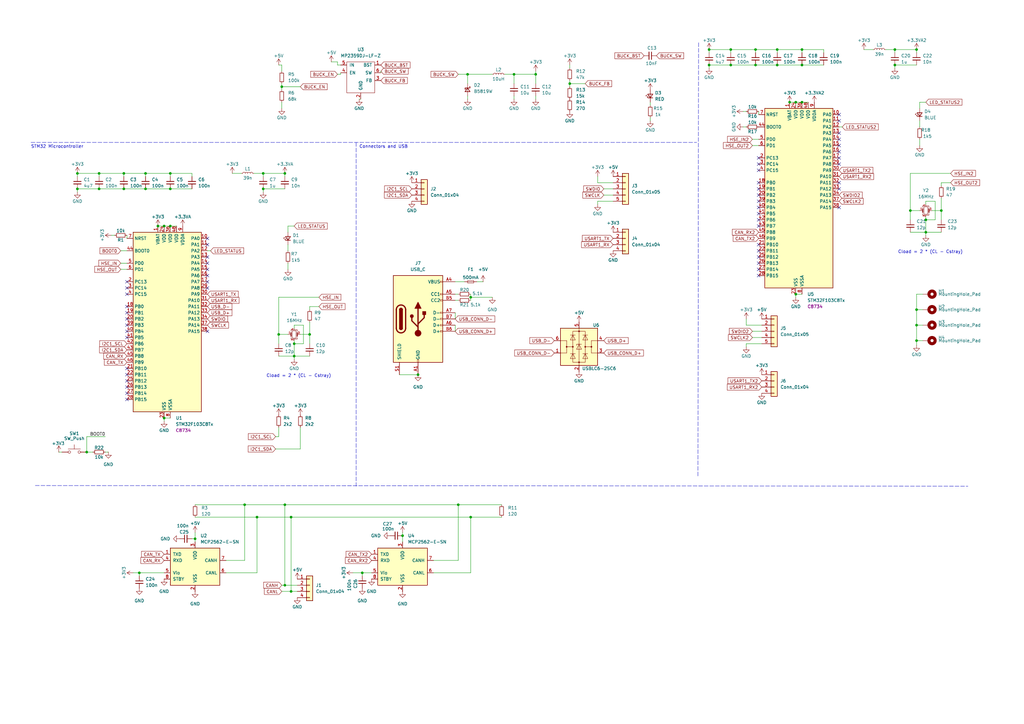
<source format=kicad_sch>
(kicad_sch (version 20231120) (generator "eeschema") (generator_version "8.0")
  (paper "A3")
  (junction (at 290.83 26.67))
  (junction (at 50.8 71.12))
  (junction (at 67.31 171.45))
  (junction (at 105.41 212.09))
  (junction (at 35.56 185.42))
  (junction (at 367.03 20.32))
  (junction (at 100.33 207.01))
  (junction (at 193.04 121.92))
  (junction (at 233.68 34.29))
  (junction (at 171.45 153.67))
  (junction (at 69.85 77.47))
  (junction (at 40.64 77.47))
  (junction (at 148.59 234.95))
  (junction (at 191.77 30.48))
  (junction (at 40.64 71.12))
  (junction (at 373.38 86.36))
  (junction (at 165.1 219.71))
  (junction (at 119.38 212.09))
  (junction (at 59.69 71.12))
  (junction (at 299.72 20.32))
  (junction (at 290.83 20.32))
  (junction (at 210.82 30.48))
  (junction (at 115.57 35.56))
  (junction (at 31.75 71.12))
  (junction (at 193.04 212.09))
  (junction (at 328.93 41.91))
  (junction (at 326.39 41.91))
  (junction (at 328.93 26.67))
  (junction (at 328.93 20.32))
  (junction (at 120.65 140.97))
  (junction (at 57.15 234.95))
  (junction (at 375.92 139.7))
  (junction (at 116.84 240.03))
  (junction (at 120.65 146.05))
  (junction (at 309.88 20.32))
  (junction (at 187.96 207.01))
  (junction (at 127 137.16))
  (junction (at 219.71 30.48))
  (junction (at 80.01 220.98))
  (junction (at 375.92 127))
  (junction (at 64.77 92.71))
  (junction (at 59.69 77.47))
  (junction (at 326.39 120.65))
  (junction (at 116.84 71.12))
  (junction (at 386.08 86.36))
  (junction (at 367.03 26.67))
  (junction (at 375.92 20.32))
  (junction (at 119.38 242.57))
  (junction (at 31.75 77.47))
  (junction (at 107.95 71.12))
  (junction (at 299.72 26.67))
  (junction (at 318.77 20.32))
  (junction (at 379.73 90.17))
  (junction (at 50.8 77.47))
  (junction (at 323.85 41.91))
  (junction (at 67.31 92.71))
  (junction (at 375.92 133.35))
  (junction (at 318.77 26.67))
  (junction (at 69.85 71.12))
  (junction (at 69.85 92.71))
  (junction (at 114.3 137.16))
  (junction (at 309.88 26.67))
  (junction (at 379.73 95.25))
  (junction (at 107.95 77.47))
  (junction (at 116.84 207.01))
  (no_connect (at 344.17 77.47))
  (no_connect (at 85.09 118.11))
  (no_connect (at 85.09 100.33))
  (no_connect (at 52.07 158.75))
  (no_connect (at 344.17 64.77))
  (no_connect (at 311.15 64.77))
  (no_connect (at 311.15 69.85))
  (no_connect (at 52.07 156.21))
  (no_connect (at 311.15 80.01))
  (no_connect (at 311.15 100.33))
  (no_connect (at 344.17 59.69))
  (no_connect (at 344.17 85.09))
  (no_connect (at 52.07 163.83))
  (no_connect (at 85.09 105.41))
  (no_connect (at 311.15 85.09))
  (no_connect (at 311.15 90.17))
  (no_connect (at 52.07 125.73))
  (no_connect (at 344.17 62.23))
  (no_connect (at 85.09 97.79))
  (no_connect (at 52.07 128.27))
  (no_connect (at 52.07 130.81))
  (no_connect (at 344.17 57.15))
  (no_connect (at 52.07 138.43))
  (no_connect (at 52.07 151.13))
  (no_connect (at 344.17 54.61))
  (no_connect (at 311.15 82.55))
  (no_connect (at 311.15 77.47))
  (no_connect (at 311.15 67.31))
  (no_connect (at 311.15 113.03))
  (no_connect (at 311.15 102.87))
  (no_connect (at 311.15 107.95))
  (no_connect (at 311.15 105.41))
  (no_connect (at 344.17 49.53))
  (no_connect (at 85.09 110.49))
  (no_connect (at 344.17 74.93))
  (no_connect (at 344.17 67.31))
  (no_connect (at 52.07 133.35))
  (no_connect (at 52.07 135.89))
  (no_connect (at 344.17 46.99))
  (no_connect (at 52.07 161.29))
  (no_connect (at 52.07 153.67))
  (no_connect (at 52.07 118.11))
  (no_connect (at 52.07 120.65))
  (no_connect (at 85.09 113.03))
  (no_connect (at 311.15 110.49))
  (no_connect (at 85.09 135.89))
  (no_connect (at 311.15 87.63))
  (no_connect (at 85.09 107.95))
  (no_connect (at 311.15 92.71))
  (no_connect (at 311.15 74.93))
  (no_connect (at 52.07 115.57))
  (no_connect (at 85.09 115.57))
  (wire (pts (xy 354.33 20.32) (xy 358.14 20.32)))
  (wire (pts (xy 31.75 71.12) (xy 31.75 72.39)))
  (wire (pts (xy 379.73 90.17) (xy 379.73 95.25)))
  (wire (pts (xy 304.8 45.72) (xy 306.07 45.72)))
  (wire (pts (xy 247.65 80.01) (xy 251.46 80.01)))
  (wire (pts (xy 379.73 41.91) (xy 377.19 41.91)))
  (wire (pts (xy 233.68 34.29) (xy 233.68 35.56)))
  (wire (pts (xy 107.95 71.12) (xy 104.14 71.12)))
  (wire (pts (xy 186.69 120.65) (xy 187.96 120.65)))
  (wire (pts (xy 50.8 77.47) (xy 59.69 77.47)))
  (wire (pts (xy 138.43 26.67) (xy 139.7 26.67)))
  (wire (pts (xy 389.89 74.93) (xy 386.08 74.93)))
  (wire (pts (xy 299.72 21.59) (xy 299.72 20.32)))
  (wire (pts (xy 308.61 57.15) (xy 311.15 57.15)))
  (wire (pts (xy 165.1 219.71) (xy 165.1 222.25)))
  (wire (pts (xy 290.83 26.67) (xy 299.72 26.67)))
  (wire (pts (xy 147.955 40.64) (xy 147.32 40.64)))
  (wire (pts (xy 130.81 125.73) (xy 127 125.73)))
  (wire (pts (xy 375.92 141.605) (xy 375.92 139.7)))
  (wire (pts (xy 373.38 90.17) (xy 373.38 86.36)))
  (wire (pts (xy 386.08 81.28) (xy 386.08 86.36)))
  (wire (pts (xy 120.65 139.7) (xy 120.65 140.97)))
  (wire (pts (xy 116.84 72.39) (xy 116.84 71.12)))
  (wire (pts (xy 233.68 34.29) (xy 233.68 33.02)))
  (wire (pts (xy 120.65 146.05) (xy 127 146.05)))
  (wire (pts (xy 67.31 171.45) (xy 69.85 171.45)))
  (wire (pts (xy 52.07 96.52) (xy 52.07 97.79)))
  (wire (pts (xy 163.83 153.67) (xy 171.45 153.67)))
  (wire (pts (xy 328.93 26.67) (xy 337.82 26.67)))
  (wire (pts (xy 379.73 83.82) (xy 379.73 82.55)))
  (wire (pts (xy 383.54 82.55) (xy 383.54 90.17)))
  (wire (pts (xy 373.38 86.36) (xy 377.19 86.36)))
  (wire (pts (xy 375.92 139.7) (xy 375.92 133.35)))
  (wire (pts (xy 57.15 234.95) (xy 67.31 234.95)))
  (wire (pts (xy 49.53 107.95) (xy 52.07 107.95)))
  (wire (pts (xy 177.8 234.95) (xy 193.04 234.95)))
  (wire (pts (xy 105.41 212.09) (xy 105.41 234.95)))
  (wire (pts (xy 69.85 77.47) (xy 78.74 77.47)))
  (wire (pts (xy 311.15 45.72) (xy 311.15 46.99)))
  (wire (pts (xy 309.88 26.67) (xy 318.77 26.67)))
  (wire (pts (xy 379.73 88.9) (xy 379.73 90.17)))
  (wire (pts (xy 290.83 20.32) (xy 290.83 21.59)))
  (wire (pts (xy 367.03 26.67) (xy 375.92 26.67)))
  (wire (pts (xy 308.61 138.43) (xy 312.42 138.43)))
  (wire (pts (xy 49.53 110.49) (xy 52.07 110.49)))
  (wire (pts (xy 67.31 92.71) (xy 69.85 92.71)))
  (polyline (pts (xy 286.512 17.526) (xy 286.258 195.326)) (stroke (width 0) (type dash)))
  (wire (pts (xy 186.69 133.35) (xy 186.69 135.89)))
  (wire (pts (xy 116.84 71.12) (xy 107.95 71.12)))
  (wire (pts (xy 40.64 72.39) (xy 40.64 71.12)))
  (wire (pts (xy 116.84 207.01) (xy 187.96 207.01)))
  (wire (pts (xy 309.88 21.59) (xy 309.88 20.32)))
  (wire (pts (xy 135.89 25.4) (xy 138.43 25.4)))
  (wire (pts (xy 318.77 26.67) (xy 328.93 26.67)))
  (wire (pts (xy 119.38 242.57) (xy 121.92 242.57)))
  (wire (pts (xy 35.56 179.07) (xy 35.56 185.42)))
  (polyline (pts (xy 12.7 58.42) (xy 285.75 58.42)) (stroke (width 0) (type dash)))
  (wire (pts (xy 193.04 120.65) (xy 193.04 121.92)))
  (wire (pts (xy 69.85 92.71) (xy 72.39 92.71)))
  (wire (pts (xy 299.72 20.32) (xy 309.88 20.32)))
  (wire (pts (xy 120.65 140.97) (xy 120.65 146.05)))
  (wire (pts (xy 57.15 236.22) (xy 57.15 234.95)))
  (wire (pts (xy 45.72 96.52) (xy 46.99 96.52)))
  (wire (pts (xy 115.57 35.56) (xy 115.57 34.29)))
  (wire (pts (xy 43.18 185.42) (xy 44.45 185.42)))
  (wire (pts (xy 40.64 71.12) (xy 50.8 71.12)))
  (wire (pts (xy 219.71 29.21) (xy 219.71 30.48)))
  (wire (pts (xy 80.01 207.01) (xy 100.33 207.01)))
  (wire (pts (xy 139.7 30.48) (xy 139.7 29.845)))
  (wire (pts (xy 245.11 82.55) (xy 245.11 83.82)))
  (wire (pts (xy 247.65 77.47) (xy 251.46 77.47)))
  (wire (pts (xy 290.83 27.94) (xy 290.83 26.67)))
  (wire (pts (xy 59.69 71.12) (xy 69.85 71.12)))
  (wire (pts (xy 92.71 229.87) (xy 100.33 229.87)))
  (wire (pts (xy 375.92 133.35) (xy 375.92 127)))
  (wire (pts (xy 383.54 90.17) (xy 379.73 90.17)))
  (wire (pts (xy 177.8 229.87) (xy 187.96 229.87)))
  (wire (pts (xy 186.69 123.19) (xy 187.96 123.19)))
  (wire (pts (xy 120.65 147.32) (xy 120.65 146.05)))
  (wire (pts (xy 114.3 140.97) (xy 114.3 137.16)))
  (wire (pts (xy 120.65 134.62) (xy 120.65 133.35)))
  (wire (pts (xy 95.25 71.12) (xy 99.06 71.12)))
  (wire (pts (xy 119.38 212.09) (xy 193.04 212.09)))
  (wire (pts (xy 67.31 172.72) (xy 67.31 171.45)))
  (wire (pts (xy 326.39 120.65) (xy 328.93 120.65)))
  (wire (pts (xy 290.83 20.32) (xy 299.72 20.32)))
  (wire (pts (xy 195.58 115.57) (xy 198.12 115.57)))
  (wire (pts (xy 375.92 120.65) (xy 378.46 120.65)))
  (wire (pts (xy 378.46 133.35) (xy 375.92 133.35)))
  (wire (pts (xy 193.04 121.92) (xy 201.93 121.92)))
  (wire (pts (xy 386.08 74.93) (xy 386.08 76.2)))
  (wire (pts (xy 187.96 207.01) (xy 205.74 207.01)))
  (wire (pts (xy 191.77 30.48) (xy 187.96 30.48)))
  (wire (pts (xy 191.77 40.64) (xy 191.77 39.37)))
  (wire (pts (xy 115.57 36.83) (xy 115.57 35.56)))
  (wire (pts (xy 118.11 92.71) (xy 118.11 95.25)))
  (wire (pts (xy 378.46 127) (xy 375.92 127)))
  (wire (pts (xy 187.96 229.87) (xy 187.96 207.01)))
  (polyline (pts (xy 14.478 199.136) (xy 397.002 199.39)) (stroke (width 0) (type dash)))
  (wire (pts (xy 50.8 72.39) (xy 50.8 71.12)))
  (wire (pts (xy 210.82 30.48) (xy 207.01 30.48)))
  (wire (pts (xy 328.93 41.91) (xy 331.47 41.91)))
  (wire (pts (xy 31.75 78.74) (xy 31.75 77.47)))
  (wire (pts (xy 373.38 71.12) (xy 373.38 86.36)))
  (wire (pts (xy 193.04 212.09) (xy 205.74 212.09)))
  (wire (pts (xy 115.57 240.03) (xy 116.84 240.03)))
  (wire (pts (xy 114.3 137.16) (xy 118.11 137.16)))
  (wire (pts (xy 379.73 96.52) (xy 379.73 95.25)))
  (wire (pts (xy 116.84 240.03) (xy 121.92 240.03)))
  (wire (pts (xy 64.77 92.71) (xy 67.31 92.71)))
  (wire (pts (xy 100.33 207.01) (xy 116.84 207.01)))
  (wire (pts (xy 219.71 40.64) (xy 219.71 39.37)))
  (wire (pts (xy 373.38 71.12) (xy 389.89 71.12)))
  (wire (pts (xy 80.01 212.09) (xy 105.41 212.09)))
  (wire (pts (xy 100.33 229.87) (xy 100.33 207.01)))
  (wire (pts (xy 193.04 234.95) (xy 193.04 212.09)))
  (wire (pts (xy 299.72 26.67) (xy 309.88 26.67)))
  (wire (pts (xy 49.53 102.87) (xy 52.07 102.87)))
  (wire (pts (xy 119.38 212.09) (xy 119.38 242.57)))
  (wire (pts (xy 115.57 44.45) (xy 115.57 41.91)))
  (wire (pts (xy 118.11 102.87) (xy 118.11 100.33)))
  (wire (pts (xy 367.03 21.59) (xy 367.03 20.32)))
  (wire (pts (xy 50.8 71.12) (xy 59.69 71.12)))
  (wire (pts (xy 379.73 95.25) (xy 373.38 95.25)))
  (wire (pts (xy 306.07 133.35) (xy 312.42 133.35)))
  (wire (pts (xy 114.3 121.92) (xy 130.81 121.92)))
  (wire (pts (xy 123.19 184.15) (xy 123.19 175.26)))
  (wire (pts (xy 31.75 71.12) (xy 40.64 71.12)))
  (wire (pts (xy 138.43 25.4) (xy 138.43 26.67)))
  (wire (pts (xy 345.44 52.07) (xy 344.17 52.07)))
  (wire (pts (xy 379.73 95.25) (xy 386.08 95.25)))
  (wire (pts (xy 114.3 121.92) (xy 114.3 137.16)))
  (wire (pts (xy 148.59 236.22) (xy 148.59 234.95)))
  (wire (pts (xy 80.01 220.98) (xy 80.01 222.25)))
  (wire (pts (xy 318.77 20.32) (xy 328.93 20.32)))
  (wire (pts (xy 107.95 72.39) (xy 107.95 71.12)))
  (wire (pts (xy 78.74 220.98) (xy 80.01 220.98)))
  (wire (pts (xy 138.43 30.48) (xy 139.7 30.48)))
  (wire (pts (xy 165.1 218.44) (xy 165.1 219.71)))
  (wire (pts (xy 323.85 41.91) (xy 326.39 41.91)))
  (wire (pts (xy 123.19 35.56) (xy 115.57 35.56)))
  (wire (pts (xy 193.04 121.92) (xy 193.04 123.19)))
  (wire (pts (xy 113.03 179.07) (xy 114.3 179.07)))
  (wire (pts (xy 308.61 135.89) (xy 312.42 135.89)))
  (wire (pts (xy 107.95 78.74) (xy 107.95 77.47)))
  (wire (pts (xy 306.07 140.97) (xy 312.42 140.97)))
  (wire (pts (xy 120.65 133.35) (xy 124.46 133.35)))
  (wire (pts (xy 382.27 86.36) (xy 386.08 86.36)))
  (wire (pts (xy 69.85 71.12) (xy 78.74 71.12)))
  (wire (pts (xy 80.01 218.44) (xy 80.01 220.98)))
  (wire (pts (xy 375.92 127) (xy 375.92 120.65)))
  (wire (pts (xy 186.69 115.57) (xy 190.5 115.57)))
  (wire (pts (xy 54.61 234.95) (xy 57.15 234.95)))
  (wire (pts (xy 309.88 20.32) (xy 318.77 20.32)))
  (wire (pts (xy 377.19 59.69) (xy 377.19 57.15)))
  (wire (pts (xy 114.3 26.67) (xy 115.57 26.67)))
  (wire (pts (xy 219.71 30.48) (xy 210.82 30.48)))
  (wire (pts (xy 201.93 30.48) (xy 191.77 30.48)))
  (wire (pts (xy 191.77 34.29) (xy 191.77 30.48)))
  (wire (pts (xy 306.07 140.97) (xy 306.07 142.24)))
  (wire (pts (xy 219.71 34.29) (xy 219.71 30.48)))
  (wire (pts (xy 328.93 21.59) (xy 328.93 20.32)))
  (wire (pts (xy 210.82 40.64) (xy 210.82 39.37)))
  (wire (pts (xy 113.03 184.15) (xy 123.19 184.15)))
  (wire (pts (xy 233.68 27.94) (xy 233.68 26.67)))
  (wire (pts (xy 326.39 41.91) (xy 328.93 41.91)))
  (wire (pts (xy 123.19 137.16) (xy 127 137.16)))
  (wire (pts (xy 318.77 21.59) (xy 318.77 20.32)))
  (wire (pts (xy 266.7 49.53) (xy 266.7 48.26)))
  (wire (pts (xy 266.7 43.18) (xy 266.7 41.91)))
  (wire (pts (xy 377.19 41.91) (xy 377.19 44.45)))
  (wire (pts (xy 186.69 128.27) (xy 186.69 130.81)))
  (wire (pts (xy 156.21 29.845) (xy 156.21 29.21)))
  (wire (pts (xy 107.95 77.47) (xy 116.84 77.47)))
  (wire (pts (xy 127 125.73) (xy 127 127)))
  (wire (pts (xy 115.57 242.57) (xy 119.38 242.57)))
  (wire (pts (xy 127 140.97) (xy 127 137.16)))
  (wire (pts (xy 86.36 102.87) (xy 85.09 102.87)))
  (wire (pts (xy 245.11 72.39) (xy 245.11 74.93)))
  (wire (pts (xy 148.59 234.95) (xy 152.4 234.95)))
  (wire (pts (xy 245.11 74.93) (xy 251.46 74.93)))
  (wire (pts (xy 144.78 234.95) (xy 148.59 234.95)))
  (wire (pts (xy 118.11 110.49) (xy 118.11 107.95)))
  (wire (pts (xy 24.13 185.42) (xy 25.4 185.42)))
  (wire (pts (xy 78.74 71.12) (xy 78.74 72.39)))
  (wire (pts (xy 31.75 77.47) (xy 40.64 77.47)))
  (wire (pts (xy 378.46 139.7) (xy 375.92 139.7)))
  (wire (pts (xy 69.85 72.39) (xy 69.85 71.12)))
  (wire (pts (xy 43.18 179.07) (xy 35.56 179.07)))
  (wire (pts (xy 306.07 52.07) (xy 304.8 52.07)))
  (wire (pts (xy 240.03 34.29) (xy 233.68 34.29)))
  (wire (pts (xy 210.82 34.29) (xy 210.82 30.48)))
  (wire (pts (xy 379.73 82.55) (xy 383.54 82.55)))
  (wire (pts (xy 326.39 121.92) (xy 326.39 120.65)))
  (wire (pts (xy 367.03 20.32) (xy 363.22 20.32)))
  (wire (pts (xy 306.07 130.81) (xy 306.07 133.35)))
  (wire (pts (xy 386.08 90.17) (xy 386.08 86.36)))
  (wire (pts (xy 375.92 21.59) (xy 375.92 20.32)))
  (wire (pts (xy 105.41 212.09) (xy 119.38 212.09)))
  (wire (pts (xy 59.69 72.39) (xy 59.69 71.12)))
  (wire (pts (xy 308.61 59.69) (xy 311.15 59.69)))
  (wire (pts (xy 59.69 77.47) (xy 69.85 77.47)))
  (polyline (pts (xy 146.05 58.42) (xy 146.05 199.39)) (stroke (width 0) (type dash)))
  (wire (pts (xy 367.03 27.94) (xy 367.03 26.67)))
  (wire (pts (xy 127 132.08) (xy 127 137.16)))
  (wire (pts (xy 114.3 179.07) (xy 114.3 175.26)))
  (wire (pts (xy 35.56 185.42) (xy 38.1 185.42)))
  (wire (pts (xy 40.64 77.47) (xy 50.8 77.47)))
  (wire (pts (xy 120.65 92.71) (xy 118.11 92.71)))
  (wire (pts (xy 120.65 146.05) (xy 114.3 146.05)))
  (wire (pts (xy 375.92 20.32) (xy 367.03 20.32)))
  (wire (pts (xy 92.71 234.95) (xy 105.41 234.95)))
  (wire (pts (xy 116.84 207.01) (xy 116.84 240.03)))
  (wire (pts (xy 337.82 20.32) (xy 337.82 21.59)))
  (wire (pts (xy 377.19 52.07) (xy 377.19 49.53)))
  (wire (pts (xy 328.93 20.32) (xy 337.82 20.32)))
  (wire (pts (xy 115.57 26.67) (xy 115.57 29.21)))
  (wire (pts (xy 124.46 133.35) (xy 124.46 140.97)))
  (wire (pts (xy 124.46 140.97) (xy 120.65 140.97)))
  (wire (pts (xy 245.11 82.55) (xy 251.46 82.55)))
  (text "Cload = 2 * (CL - Cstray)" (at 368.3 104.14 0) (effects (font (size 1.27 1.27)) (justify left bottom)))
  (text "STM32 Microcontroller" (at 12.7 60.96 0) (effects (font (size 1.27 1.27)) (justify left bottom)))
  (text "Connectors and USB" (at 147.32 60.96 0) (effects (font (size 1.27 1.27)) (justify left bottom)))
  (text "Cload = 2 * (CL - Cstray)" (at 109.22 154.94 0) (effects (font (size 1.27 1.27)) (justify left bottom)))
  (label "BOOT0" (at 43.18 179.07 180))
  (global_label "HSE_OUT" (shape input) (at 130.81 125.73 0) (property "Intersheetrefs" "${INTERSHEET_REFS}" (effects (hide yes))))
  (global_label "SWCLK2" (shape input) (at 308.61 138.43 180) (property "Intersheetrefs" "${INTERSHEET_REFS}" (effects (hide yes))))
  (global_label "USART1_TX" (shape input) (at 85.09 120.65 0) (property "Intersheetrefs" "${INTERSHEET_REFS}" (effects (hide yes))))
  (global_label "SWDIO2" (shape input) (at 308.61 135.89 180) (property "Intersheetrefs" "${INTERSHEET_REFS}" (effects (hide yes))))
  (global_label "USART1_TX2" (shape input) (at 312.42 156.21 180) (property "Intersheetrefs" "${INTERSHEET_REFS}" (effects (hide yes))))
  (global_label "LED_STATUS" (shape input) (at 120.65 92.71 0) (property "Intersheetrefs" "${INTERSHEET_REFS}" (effects (hide yes))))
  (global_label "CAN_TX" (shape input) (at 52.07 148.59 180) (property "Intersheetrefs" "${INTERSHEET_REFS}" (effects (hide yes))))
  (global_label "USB_D+" (shape input) (at 247.65 139.7 0) (property "Intersheetrefs" "${INTERSHEET_REFS}" (effects (hide yes))))
  (global_label "HSE_OUT2" (shape input) (at 308.61 59.69 180) (property "Intersheetrefs" "${INTERSHEET_REFS}" (effects (hide yes))))
  (global_label "I2C1_SDA" (shape input) (at 113.03 184.15 180) (property "Intersheetrefs" "${INTERSHEET_REFS}" (effects (hide yes))))
  (global_label "USART1_RX" (shape input) (at 251.46 100.33 180) (property "Intersheetrefs" "${INTERSHEET_REFS}" (effects (hide yes))))
  (global_label "BOOT0" (shape input) (at 49.53 102.87 180) (property "Intersheetrefs" "${INTERSHEET_REFS}" (effects (hide yes))))
  (global_label "I2C1_SCL" (shape input) (at 52.07 140.97 180) (property "Intersheetrefs" "${INTERSHEET_REFS}" (effects (hide yes))))
  (global_label "HSE_OUT" (shape input) (at 49.53 110.49 180) (property "Intersheetrefs" "${INTERSHEET_REFS}" (effects (hide yes))))
  (global_label "CAN_RX2" (shape input) (at 152.4 229.87 180) (property "Intersheetrefs" "${INTERSHEET_REFS}" (effects (hide yes))))
  (global_label "BUCK_BST" (shape input) (at 156.21 26.67 0) (property "Intersheetrefs" "${INTERSHEET_REFS}" (effects (hide yes))))
  (global_label "HSE_IN2" (shape input) (at 389.89 71.12 0) (property "Intersheetrefs" "${INTERSHEET_REFS}" (effects (hide yes))))
  (global_label "LED_STATUS2" (shape input) (at 379.73 41.91 0) (property "Intersheetrefs" "${INTERSHEET_REFS}" (effects (hide yes))))
  (global_label "I2C1_SDA" (shape input) (at 52.07 143.51 180) (property "Intersheetrefs" "${INTERSHEET_REFS}" (effects (hide yes))))
  (global_label "SWDIO2" (shape input) (at 344.17 80.01 0) (property "Intersheetrefs" "${INTERSHEET_REFS}" (effects (hide yes))))
  (global_label "BUCK_EN" (shape input) (at 138.43 30.48 180) (property "Intersheetrefs" "${INTERSHEET_REFS}" (effects (hide yes))))
  (global_label "HSE_OUT2" (shape input) (at 389.89 74.93 0) (property "Intersheetrefs" "${INTERSHEET_REFS}" (effects (hide yes))))
  (global_label "BUCK_BST" (shape input) (at 264.16 22.86 180) (property "Intersheetrefs" "${INTERSHEET_REFS}" (effects (hide yes))))
  (global_label "BUCK_FB" (shape input) (at 240.03 34.29 0) (property "Intersheetrefs" "${INTERSHEET_REFS}" (effects (hide yes))))
  (global_label "I2C1_SDA" (shape input) (at 168.91 80.01 180) (property "Intersheetrefs" "${INTERSHEET_REFS}" (effects (hide yes))))
  (global_label "BUCK_SW" (shape input) (at 269.24 22.86 0) (property "Intersheetrefs" "${INTERSHEET_REFS}" (effects (hide yes))))
  (global_label "USB_CONN_D-" (shape input) (at 186.69 130.81 0) (property "Intersheetrefs" "${INTERSHEET_REFS}" (effects (hide yes))))
  (global_label "CAN_RX2" (shape input) (at 311.15 95.25 180) (property "Intersheetrefs" "${INTERSHEET_REFS}" (effects (hide yes))))
  (global_label "USART1_RX" (shape input) (at 85.09 123.19 0) (property "Intersheetrefs" "${INTERSHEET_REFS}" (effects (hide yes))))
  (global_label "USART1_RX2" (shape input) (at 312.42 158.75 180) (property "Intersheetrefs" "${INTERSHEET_REFS}" (effects (hide yes))))
  (global_label "CANH" (shape input) (at 115.57 240.03 180) (property "Intersheetrefs" "${INTERSHEET_REFS}" (effects (hide yes))))
  (global_label "USB_CONN_D-" (shape input) (at 227.33 144.78 180) (property "Intersheetrefs" "${INTERSHEET_REFS}" (effects (hide yes))))
  (global_label "SWDIO" (shape input) (at 247.65 77.47 180) (property "Intersheetrefs" "${INTERSHEET_REFS}" (effects (hide yes))))
  (global_label "CAN_RX" (shape input) (at 67.31 229.87 180) (property "Intersheetrefs" "${INTERSHEET_REFS}" (effects (hide yes))))
  (global_label "BUCK_SW" (shape input) (at 187.96 30.48 180) (property "Intersheetrefs" "${INTERSHEET_REFS}" (effects (hide yes))))
  (global_label "I2C1_SCL" (shape input) (at 168.91 77.47 180) (property "Intersheetrefs" "${INTERSHEET_REFS}" (effects (hide yes))))
  (global_label "USB_CONN_D+" (shape input) (at 186.69 135.89 0) (property "Intersheetrefs" "${INTERSHEET_REFS}" (effects (hide yes))))
  (global_label "CAN_TX2" (shape input) (at 311.15 97.79 180) (property "Intersheetrefs" "${INTERSHEET_REFS}" (effects (hide yes))))
  (global_label "CANL" (shape input) (at 115.57 242.57 180) (property "Intersheetrefs" "${INTERSHEET_REFS}" (effects (hide yes))))
  (global_label "CAN_TX" (shape input) (at 67.31 227.33 180) (property "Intersheetrefs" "${INTERSHEET_REFS}" (effects (hide yes))))
  (global_label "USB_D+" (shape input) (at 85.09 128.27 0) (property "Intersheetrefs" "${INTERSHEET_REFS}" (effects (hide yes))))
  (global_label "USB_D-" (shape input) (at 85.09 125.73 0) (property "Intersheetrefs" "${INTERSHEET_REFS}" (effects (hide yes))))
  (global_label "LED_STATUS2" (shape input) (at 345.44 52.07 0) (property "Intersheetrefs" "${INTERSHEET_REFS}" (effects (hide yes))))
  (global_label "SWCLK2" (shape input) (at 344.17 82.55 0) (property "Intersheetrefs" "${INTERSHEET_REFS}" (effects (hide yes))))
  (global_label "HSE_IN" (shape input) (at 130.81 121.92 0) (property "Intersheetrefs" "${INTERSHEET_REFS}" (effects (hide yes))))
  (global_label "USB_CONN_D+" (shape input) (at 247.65 144.78 0) (property "Intersheetrefs" "${INTERSHEET_REFS}" (effects (hide yes))))
  (global_label "SWDIO" (shape input) (at 85.09 130.81 0) (property "Intersheetrefs" "${INTERSHEET_REFS}" (effects (hide yes))))
  (global_label "I2C1_SCL" (shape input) (at 113.03 179.07 180) (property "Intersheetrefs" "${INTERSHEET_REFS}" (effects (hide yes))))
  (global_label "SWCLK" (shape input) (at 85.09 133.35 0) (property "Intersheetrefs" "${INTERSHEET_REFS}" (effects (hide yes))))
  (global_label "USART1_TX" (shape input) (at 251.46 97.79 180) (property "Intersheetrefs" "${INTERSHEET_REFS}" (effects (hide yes))))
  (global_label "CAN_TX2" (shape input) (at 152.4 227.33 180) (property "Intersheetrefs" "${INTERSHEET_REFS}" (effects (hide yes))))
  (global_label "BUCK_FB" (shape input) (at 156.21 33.02 0) (property "Intersheetrefs" "${INTERSHEET_REFS}" (effects (hide yes))))
  (global_label "HSE_IN2" (shape input) (at 308.61 57.15 180) (property "Intersheetrefs" "${INTERSHEET_REFS}" (effects (hide yes))))
  (global_label "LED_STATUS" (shape input) (at 86.36 102.87 0) (property "Intersheetrefs" "${INTERSHEET_REFS}" (effects (hide yes))))
  (global_label "USB_D-" (shape input) (at 227.33 139.7 180) (property "Intersheetrefs" "${INTERSHEET_REFS}" (effects (hide yes))))
  (global_label "SWCLK" (shape input) (at 247.65 80.01 180) (property "Intersheetrefs" "${INTERSHEET_REFS}" (effects (hide yes))))
  (global_label "CAN_RX" (shape input) (at 52.07 146.05 180) (property "Intersheetrefs" "${INTERSHEET_REFS}" (effects (hide yes))))
  (global_label "BUCK_EN" (shape input) (at 123.19 35.56 0) (property "Intersheetrefs" "${INTERSHEET_REFS}" (effects (hide yes))))
  (global_label "HSE_IN" (shape input) (at 49.53 107.95 180) (property "Intersheetrefs" "${INTERSHEET_REFS}" (effects (hide yes))))
  (global_label "USART1_RX2" (shape input) (at 344.17 72.39 0) (property "Intersheetrefs" "${INTERSHEET_REFS}" (effects (hide yes))))
  (global_label "BUCK_SW" (shape input) (at 156.21 29.21 0) (property "Intersheetrefs" "${INTERSHEET_REFS}" (effects (hide yes))))
  (global_label "USART1_TX2" (shape input) (at 344.17 69.85 0) (property "Intersheetrefs" "${INTERSHEET_REFS}" (effects (hide yes))))
  (symbol (lib_id "STM32F4_REV2-rescue:GND-power") (at 375.92 141.605 0) (unit 1)
    (property "Reference" "#PWR070" (effects (hide yes)))
    (property "Value" "GND" (at 375.92 145.415 0))
  )
  (symbol (lib_id "Device:C_Small") (at 78.74 74.93 0) (unit 1)
    (property "Reference" "C6" (at 81.28 73.66 0) (effects (justify left)))
    (property "Value" "100n" (at 81.28 76.2 0) (effects (justify left)))
    (property "Footprint" "Capacitor_SMD:C_0402_1005Metric" (effects (hide yes)))
    (property "LCSC Part #" "C1525" (effects (hide yes)))
  )
  (symbol (lib_id "Device:C_Small") (at 148.59 238.76 180) (unit 1)
    (property "Reference" "C26" (at 145.796 237.49 90) (effects (justify left)))
    (property "Value" "100n" (at 143.256 237.49 90) (effects (justify left)))
    (property "Footprint" "Capacitor_SMD:C_0402_1005Metric" (effects (hide yes)))
    (property "LCSC Part #" "C1525" (effects (hide yes)))
  )
  (symbol (lib_id "Device:C_Small") (at 299.72 24.13 0) (unit 1)
    (property "Reference" "C15" (at 302.26 22.86 0) (effects (justify left)))
    (property "Value" "100n" (at 302.26 25.4 0) (effects (justify left)))
    (property "Footprint" "Capacitor_SMD:C_0402_1005Metric" (effects (hide yes)))
    (property "LCSC Part #" "C1525" (effects (hide yes)))
  )
  (symbol (lib_id "Interface_CAN_LIN:MCP2562-E-SN") (at 80.01 232.41 0) (unit 1)
    (property "Reference" "U2" (at 82.2041 219.71 0) (effects (justify left)))
    (property "Value" "MCP2562-E-SN" (at 82.2041 222.25 0) (effects (justify left)))
    (property "Footprint" "Package_SO:SOIC-8_3.9x4.9mm_P1.27mm" (effects (hide yes)))
    (property "Datasheet" "http://ww1.microchip.com/downloads/en/DeviceDoc/25167A.pdf" (effects (hide yes)))
    (property "Description" "High-Speed CAN Transceiver, 1Mbps, 5V supply, Vio pin, -40C to +125C, SOIC-8" (effects (hide yes)))
    (property "LCSC Part #" "C124016" (effects (hide yes)))
  )
  (symbol (lib_id "STM32F4_REV2-rescue:+3.3V-power") (at 80.01 218.44 0) (unit 1)
    (property "Reference" "#PWR010" (effects (hide yes)))
    (property "Value" "+5V" (at 80.01 214.63 0))
  )
  (symbol (lib_id "Device:L_Small") (at 101.6 71.12 90) (unit 1)
    (property "Reference" "L1" (at 101.6 69.215 90))
    (property "Value" "39n" (at 101.6 73.025 90))
    (property "Footprint" "Inductor_SMD:L_0402_1005Metric" (effects (hide yes)))
    (property "LCSC Part #" "C395063" (effects (hide yes)))
  )
  (symbol (lib_id "STM32F4_REV2-rescue:+3.3V-power") (at 31.75 71.12 0) (unit 1)
    (property "Reference" "#PWR01" (effects (hide yes)))
    (property "Value" "+3V3" (at 31.75 67.31 0))
  )
  (symbol (lib_id "STM32F4_REV2-rescue:GND-power") (at 251.46 102.87 0) (unit 1)
    (property "Reference" "#PWR044" (effects (hide yes)))
    (property "Value" "GND" (at 251.46 106.68 0))
  )
  (symbol (lib_id "STM32F4_REV2-rescue:GND-power") (at 147.32 40.64 0) (unit 1)
    (property "Reference" "#PWR024" (effects (hide yes)))
    (property "Value" "GND" (at 147.32 44.45 0))
  )
  (symbol (lib_id "STM32F4_REV2-rescue:GND-power") (at 379.73 96.52 0) (unit 1)
    (property "Reference" "#PWR063" (effects (hide yes)))
    (property "Value" "GND" (at 379.73 100.33 0))
  )
  (symbol (lib_id "Device:C_Small") (at 162.56 219.71 270) (unit 1)
    (property "Reference" "C27" (at 156.972 214.884 90) (effects (justify left)))
    (property "Value" "100n" (at 156.718 216.916 90) (effects (justify left)))
    (property "Footprint" "Capacitor_SMD:C_0402_1005Metric" (effects (hide yes)))
    (property "LCSC Part #" "C1525" (effects (hide yes)))
  )
  (symbol (lib_id "Device:R_Small") (at 233.68 43.18 0) (unit 1)
    (property "Reference" "R14" (at 236.22 41.91 0) (effects (justify left)))
    (property "Value" "270" (at 236.22 44.45 0) (effects (justify left)))
    (property "Footprint" "Resistor_SMD:R_0603_1608Metric" (effects (hide yes)))
    (property "LCSC Part #" "C22966" (effects (hide yes)))
  )
  (symbol (lib_id "STM32F4_REV2-rescue:GND-power") (at 290.83 27.94 0) (unit 1)
    (property "Reference" "#PWR048" (effects (hide yes)))
    (property "Value" "GND" (at 290.83 31.75 0))
  )
  (symbol (lib_id "Device:C_Small") (at 107.95 74.93 0) (unit 1)
    (property "Reference" "C7" (at 110.49 73.66 0) (effects (justify left)))
    (property "Value" "1u" (at 110.49 76.2 0) (effects (justify left)))
    (property "Footprint" "Capacitor_SMD:C_0402_1005Metric" (effects (hide yes)))
    (property "LCSC Part #" "C52923" (effects (hide yes)))
  )
  (symbol (lib_id "STM32F4_REV2-rescue:GND-power") (at 326.39 121.92 0) (unit 1)
    (property "Reference" "#PWR057" (effects (hide yes)))
    (property "Value" "GND" (at 326.39 125.73 0))
  )
  (symbol (lib_id "Device:Fuse_Small") (at 193.04 115.57 0) (unit 1)
    (property "Reference" "F1" (at 193.04 110.49 0))
    (property "Value" "500mA" (at 193.04 113.792 0))
    (property "Footprint" "Fuse:Fuse_0603_1608Metric" (effects (hide yes)))
    (property "Description" "Fuse, small symbol" (effects (hide yes)))
    (property "LCSC Part #" "C210357" (effects (hide yes)))
  )
  (symbol (lib_id "Device:R_Small") (at 266.7 45.72 180) (unit 1)
    (property "Reference" "R15" (at 269.875 44.45 0))
    (property "Value" "1k" (at 269.875 46.99 0))
    (property "Footprint" "Resistor_SMD:R_0603_1608Metric" (effects (hide yes)))
    (property "LCSC Part #" "C21190" (effects (hide yes)))
  )
  (symbol (lib_id "power:GND") (at 160.02 219.71 270) (unit 1)
    (property "Reference" "#PWR067" (effects (hide yes)))
    (property "Value" "GND" (at 156.21 219.7099 90) (effects (justify right)))
    (property "Description" "Power symbol creates a global label with name \"GND\" , ground" (effects (hide yes)))
  )
  (symbol (lib_id "Device:D_Schottky_Small") (at 191.77 36.83 270) (unit 1)
    (property "Reference" "D2" (at 194.31 34.925 90) (effects (justify left)))
    (property "Value" "B5819W" (at 194.31 37.465 90) (effects (justify left)))
    (property "Footprint" "Diode_SMD:D_SOD-123" (effects (hide yes)))
    (property "LCSC Part #" "C64885" (effects (hide yes)))
  )
  (symbol (lib_id "power:GND") (at 73.66 220.98 270) (unit 1)
    (property "Reference" "#PWR065" (effects (hide yes)))
    (property "Value" "GND" (at 69.85 220.9799 90) (effects (justify right)))
    (property "Description" "Power symbol creates a global label with name \"GND\" , ground" (effects (hide yes)))
  )
  (symbol (lib_id "Device:R_Small") (at 114.3 172.72 0) (unit 1)
    (property "Reference" "R4" (at 116.205 171.45 0) (effects (justify left)))
    (property "Value" "2k2" (at 116.205 173.99 0) (effects (justify left)))
    (property "Footprint" "Resistor_SMD:R_0402_1005Metric" (effects (hide yes)))
    (property "LCSC Part #" "C25879" (effects (hide yes)))
  )
  (symbol (lib_id "Device:C_Small") (at 373.38 92.71 0) (unit 1)
    (property "Reference" "C21" (at 375.92 90.805 0) (effects (justify left)))
    (property "Value" "12p" (at 375.92 93.345 0) (effects (justify left)))
    (property "Footprint" "Capacitor_SMD:C_0402_1005Metric" (effects (hide yes)))
    (property "LCSC Part #" "C1547" (effects (hide yes)))
  )
  (symbol (lib_id "power:GND") (at 44.45 185.42 0) (unit 1)
    (property "Reference" "#PWR076" (effects (hide yes)))
    (property "Value" "GND" (at 44.45 190.5 0))
    (property "Description" "Power symbol creates a global label with name \"GND\" , ground" (effects (hide yes)))
  )
  (symbol (lib_id "MCU_ST_STM32F1:STM32F103C8Tx") (at 326.39 82.55 0) (unit 1)
    (property "Reference" "U5" (at 331.1241 120.65 0) (effects (justify left)))
    (property "Value" "STM32F103C8Tx" (at 331.1241 123.19 0) (effects (justify left)))
    (property "Footprint" "Package_QFP:LQFP-48_7x7mm_P0.5mm" (effects (hide yes)))
    (property "Datasheet" "https://www.st.com/resource/en/datasheet/stm32f103c8.pdf" (effects (hide yes)))
    (property "Description" "STMicroelectronics Arm Cortex-M3 MCU, 64KB flash, 20KB RAM, 72 MHz, 2.0-3.6V, 37 GPIO, LQFP48" (effects (hide yes)))
    (property "LCSC Part #" "C8734" (at 331.1241 125.73 0) (effects (justify left)))
  )
  (symbol (lib_id "STM32F4_REV2-rescue:+3.3V-power") (at 45.72 96.52 90) (unit 1)
    (property "Reference" "#PWR03" (effects (hide yes)))
    (property "Value" "+3V3" (at 41.91 96.52 0))
  )
  (symbol (lib_id "STM32F4_REV2-rescue:GND-power") (at 107.95 78.74 0) (unit 1)
    (property "Reference" "#PWR013" (effects (hide yes)))
    (property "Value" "GND" (at 107.95 82.55 0))
  )
  (symbol (lib_name "Conn_01x05_1") (lib_id "Connector_Generic:Conn_01x05") (at 256.54 77.47 0) (unit 1)
    (property "Reference" "J3" (at 259.08 76.1999 0) (effects (justify left)))
    (property "Value" "Conn_01x05" (at 259.08 78.7399 0) (effects (justify left)))
    (property "Footprint" "Connector_PinHeader_2.54mm:PinHeader_1x05_P2.54mm_Vertical" (effects (hide yes)))
    (property "Description" "Generic connector, single row, 01x05, script generated (kicad-library-utils/schlib/autogen/connector/)" (effects (hide yes)))
  )
  (symbol (lib_id "Device:C_Small") (at 290.83 24.13 0) (unit 1)
    (property "Reference" "C14" (at 293.37 22.86 0) (effects (justify left)))
    (property "Value" "4u7" (at 293.37 25.4 0) (effects (justify left)))
    (property "Footprint" "Capacitor_SMD:C_0603_1608Metric" (effects (hide yes)))
    (property "LCSC Part #" "C19666" (effects (hide yes)))
  )
  (symbol (lib_id "Connector_Generic:Conn_01x04") (at 173.99 77.47 0) (unit 1)
    (property "Reference" "J2" (at 176.53 77.47 0) (effects (justify left)))
    (property "Value" "Conn_01x04" (at 176.53 80.01 0) (effects (justify left)))
    (property "Footprint" "Connector_PinHeader_2.54mm:PinHeader_1x04_P2.54mm_Vertical" (effects (hide yes)))
  )
  (symbol (lib_id "Mechanical:MountingHole_Pad") (at 381 120.65 270) (unit 1)
    (property "Reference" "H1" (at 384.81 119.38 90) (effects (justify left)))
    (property "Value" "MountingHole_Pad" (at 384.81 120.65 90) (effects (justify left)))
    (property "Footprint" "MountingHole:MountingHole_4.3mm_M4_Pad_Via" (effects (hide yes)))
  )
  (symbol (lib_id "Device:R_Small") (at 205.74 209.55 0) (unit 1)
    (property "Reference" "R11" (at 208.28 208.2799 0) (effects (justify left)))
    (property "Value" "120" (at 208.28 210.8199 0) (effects (justify left)))
    (property "Footprint" "Resistor_SMD:R_0402_1005Metric" (effects (hide yes)))
    (property "Description" "Resistor, small symbol" (effects (hide yes)))
    (property "LCSC Part #" "C2909315" (effects (hide yes)))
  )
  (symbol (lib_id "Device:C_Small") (at 116.84 74.93 0) (unit 1)
    (property "Reference" "C9" (at 119.38 73.66 0) (effects (justify left)))
    (property "Value" "10n" (at 119.38 76.2 0) (effects (justify left)))
    (property "Footprint" "Capacitor_SMD:C_0402_1005Metric" (effects (hide yes)))
    (property "LCSC Part #" "C15195" (effects (hide yes)))
  )
  (symbol (lib_id "Device:R_Small") (at 377.19 54.61 180) (unit 1)
    (property "Reference" "R18" (at 379.73 53.34 0))
    (property "Value" "1k5" (at 380.365 55.88 0))
    (property "Footprint" "Resistor_SMD:R_0603_1608Metric" (effects (hide yes)))
    (property "LCSC Part #" "C22843" (effects (hide yes)))
  )
  (symbol (lib_id "power:GND") (at 67.31 237.49 0) (unit 1)
    (property "Reference" "#PWR08" (effects (hide yes)))
    (property "Value" "GND" (at 67.31 242.57 0))
    (property "Description" "Power symbol creates a global label with name \"GND\" , ground" (effects (hide yes)))
  )
  (symbol (lib_id "Device:C_Small") (at 76.2 220.98 90) (unit 1)
    (property "Reference" "C25" (at 77.47 218.186 90) (effects (justify left)))
    (property "Value" "100n" (at 77.47 215.646 90) (effects (justify left)))
    (property "Footprint" "Capacitor_SMD:C_0402_1005Metric" (effects (hide yes)))
    (property "LCSC Part #" "C1525" (effects (hide yes)))
  )
  (symbol (lib_id "STM32F4_REV2-rescue:+3.3V-power") (at 168.91 74.93 0) (unit 1)
    (property "Reference" "#PWR030" (effects (hide yes)))
    (property "Value" "+3V3" (at 168.91 71.12 0))
  )
  (symbol (lib_id "STM32F4_REV2-rescue:+3.3V-power") (at 251.46 95.25 0) (unit 1)
    (property "Reference" "#PWR043" (effects (hide yes)))
    (property "Value" "+3V3" (at 251.46 91.44 0))
  )
  (symbol (lib_id "Device:R_Small") (at 308.61 52.07 90) (unit 1)
    (property "Reference" "R17" (at 308.61 53.975 90))
    (property "Value" "10k" (at 308.61 50.165 90))
    (property "Footprint" "Resistor_SMD:R_0402_1005Metric" (effects (hide yes)))
    (property "LCSC Part #" "C25744" (effects (hide yes)))
  )
  (symbol (lib_id "Connector:USB_C_Receptacle_USB2.0_14P") (at 171.45 130.81 0) (unit 1)
    (property "Reference" "J7" (at 171.45 107.95 0))
    (property "Value" "USB_C" (at 171.45 110.49 0))
    (property "Footprint" "Connector:USB_C_HRO_TYPE-C-31-M-12" (effects (hide yes)))
    (property "Datasheet" "https://www.usb.org/sites/default/files/documents/usb_type-c.zip" (effects (hide yes)))
    (property "Description" "USB 2.0-only 14P Type-C Receptacle connector" (effects (hide yes)))
    (property "LCSC Part #" "C165948" (effects (hide yes)))
  )
  (symbol (lib_id "Device:C_Small") (at 31.75 74.93 0) (unit 1)
    (property "Reference" "C1" (at 34.29 73.66 0) (effects (justify left)))
    (property "Value" "4u7" (at 34.29 76.2 0) (effects (justify left)))
    (property "Footprint" "Capacitor_SMD:C_0603_1608Metric" (effects (hide yes)))
    (property "LCSC Part #" "C19666" (effects (hide yes)))
  )
  (symbol (lib_id "STM32F4_REV2-rescue:GND-power") (at 219.71 40.64 0) (unit 1)
    (property "Reference" "#PWR037" (effects (hide yes)))
    (property "Value" "GND" (at 219.71 44.45 0))
  )
  (symbol (lib_id "STM32F4_REV2-rescue:GND-power") (at 312.42 161.29 0) (unit 1)
    (property "Reference" "#PWR055" (effects (hide yes)))
    (property "Value" "GND" (at 312.42 165.1 0))
  )
  (symbol (lib_id "Device:R_Small") (at 49.53 96.52 90) (unit 1)
    (property "Reference" "R1" (at 49.53 98.425 90))
    (property "Value" "10k" (at 49.53 94.615 90))
    (property "Footprint" "Resistor_SMD:R_0402_1005Metric" (effects (hide yes)))
    (property "LCSC Part #" "C25744" (effects (hide yes)))
  )
  (symbol (lib_id "Device:R_Small") (at 233.68 38.1 0) (unit 1)
    (property "Reference" "R13" (at 236.22 36.83 0) (effects (justify left)))
    (property "Value" "15k" (at 236.22 39.37 0) (effects (justify left)))
    (property "Footprint" "Resistor_SMD:R_0603_1608Metric" (effects (hide yes)))
    (property "LCSC Part #" "C22809" (effects (hide yes)))
  )
  (symbol (lib_id "Device:R_Small") (at 118.11 105.41 180) (unit 1)
    (property "Reference" "R7" (at 120.65 104.14 0))
    (property "Value" "1k5" (at 121.285 106.68 0))
    (property "Footprint" "Resistor_SMD:R_0603_1608Metric" (effects (hide yes)))
    (property "LCSC Part #" "C22843" (effects (hide yes)))
  )
  (symbol (lib_id "power:GND") (at 80.01 242.57 0) (unit 1)
    (property "Reference" "#PWR011" (effects (hide yes)))
    (property "Value" "GND" (at 80.01 247.65 0))
    (property "Description" "Power symbol creates a global label with name \"GND\" , ground" (effects (hide yes)))
  )
  (symbol (lib_id "Device:C_Small") (at 40.64 74.93 0) (unit 1)
    (property "Reference" "C2" (at 43.18 73.66 0) (effects (justify left)))
    (property "Value" "100n" (at 43.18 76.2 0) (effects (justify left)))
    (property "Footprint" "Capacitor_SMD:C_0402_1005Metric" (effects (hide yes)))
    (property "LCSC Part #" "C1525" (effects (hide yes)))
  )
  (symbol (lib_id "STM32F4_REV2-rescue:+3.3V-power") (at 304.8 45.72 90) (unit 1)
    (property "Reference" "#PWR049" (effects (hide yes)))
    (property "Value" "+3V3" (at 300.99 45.72 0))
  )
  (symbol (lib_id "STM32F4_REV2-rescue:+3.3V-power") (at 121.92 237.49 0) (unit 1)
    (property "Reference" "#PWR020" (effects (hide yes)))
    (property "Value" "+5V" (at 121.92 233.68 0))
  )
  (symbol (lib_id "STM32F4_REV2-rescue:+3.3V-power") (at 54.61 234.95 90) (unit 1)
    (property "Reference" "#PWR07" (effects (hide yes)))
    (property "Value" "+3V3" (at 50.8 234.95 0))
  )
  (symbol (lib_id "Interface_CAN_LIN:MCP2562-E-SN") (at 165.1 232.41 0) (unit 1)
    (property "Reference" "U4" (at 167.2941 219.71 0) (effects (justify left)))
    (property "Value" "MCP2562-E-SN" (at 167.2941 222.25 0) (effects (justify left)))
    (property "Footprint" "Package_SO:SOIC-8_3.9x4.9mm_P1.27mm" (effects (hide yes)))
    (property "Datasheet" "http://ww1.microchip.com/downloads/en/DeviceDoc/25167A.pdf" (effects (hide yes)))
    (property "Description" "High-Speed CAN Transceiver, 1Mbps, 5V supply, Vio pin, -40C to +125C, SOIC-8" (effects (hide yes)))
    (property "LCSC Part #" "C124016" (effects (hide yes)))
  )
  (symbol (lib_id "Device:C_Small") (at 127 143.51 0) (unit 1)
    (property "Reference" "C10" (at 129.54 141.605 0) (effects (justify left)))
    (property "Value" "12p" (at 129.54 144.145 0) (effects (justify left)))
    (property "Footprint" "Capacitor_SMD:C_0402_1005Metric" (effects (hide yes)))
    (property "LCSC Part #" "C1547" (effects (hide yes)))
  )
  (symbol (lib_id "STM32F4_REV2-rescue:+3.3V-power") (at 306.07 130.81 0) (unit 1)
    (property "Reference" "#PWR051" (effects (hide yes)))
    (property "Value" "+3V3" (at 306.07 127 0))
  )
  (symbol (lib_id "STM32F4_REV2-rescue:GND-power") (at 367.03 27.94 0) (unit 1)
    (property "Reference" "#PWR060" (effects (hide yes)))
    (property "Value" "GND" (at 367.03 31.75 0))
  )
  (symbol (lib_id "STM32F4_REV2-rescue:GND-power") (at 118.11 110.49 0) (unit 1)
    (property "Reference" "#PWR018" (effects (hide yes)))
    (property "Value" "GND" (at 118.11 114.3 0))
  )
  (symbol (lib_id "Device:Crystal_GND24_Small") (at 379.73 86.36 0) (unit 1)
    (property "Reference" "Y2" (at 378.46 78.105 0) (effects (justify left)))
    (property "Value" "16MHz" (at 376.555 80.645 0) (effects (justify left)))
    (property "Footprint" "Crystal:Crystal_SMD_3225-4Pin_3.2x2.5mm" (effects (hide yes)))
    (property "LCSC Part #" "C13738" (effects (hide yes)))
  )
  (symbol (lib_id "Device:C_Small") (at 337.82 24.13 0) (unit 1)
    (property "Reference" "C19" (at 340.36 22.86 0) (effects (justify left)))
    (property "Value" "100n" (at 340.36 25.4 0) (effects (justify left)))
    (property "Footprint" "Capacitor_SMD:C_0402_1005Metric" (effects (hide yes)))
    (property "LCSC Part #" "C1525" (effects (hide yes)))
  )
  (symbol (lib_id "STM32F4_REV2-rescue:+3.3VA-power") (at 116.84 71.12 0) (unit 1)
    (property "Reference" "#PWR017" (effects (hide yes)))
    (property "Value" "+3.3VA" (at 116.84 67.31 0))
  )
  (symbol (lib_id "Device:R_Small") (at 233.68 30.48 0) (unit 1)
    (property "Reference" "R12" (at 236.22 29.21 0) (effects (justify left)))
    (property "Value" "47k" (at 236.22 31.75 0) (effects (justify left)))
    (property "Footprint" "Resistor_SMD:R_0603_1608Metric" (effects (hide yes)))
    (property "LCSC Part #" "C25819" (effects (hide yes)))
  )
  (symbol (lib_id "STM32F4_REV2-rescue:GND-power") (at 233.68 45.72 0) (unit 1)
    (property "Reference" "#PWR039" (effects (hide yes)))
    (property "Value" "GND" (at 233.68 49.53 0))
  )
  (symbol (lib_id "Device:R_Small") (at 115.57 31.75 0) (unit 1)
    (property "Reference" "R5" (at 118.11 30.48 0) (effects (justify left)))
    (property "Value" "100k" (at 118.11 33.02 0) (effects (justify left)))
    (property "Footprint" "Resistor_SMD:R_0603_1608Metric" (effects (hide yes)))
    (property "LCSC Part #" "C25803" (effects (hide yes)))
  )
  (symbol (lib_id "STM32F4_REV2-rescue:+3.3V-power") (at 165.1 218.44 0) (unit 1)
    (property "Reference" "#PWR028" (effects (hide yes)))
    (property "Value" "+5V" (at 165.1 214.63 0))
  )
  (symbol (lib_id "STM32F4_REV2-rescue:+3.3V-power") (at 323.85 41.91 0) (unit 1)
    (property "Reference" "#PWR056" (effects (hide yes)))
    (property "Value" "+3V3" (at 323.85 38.1 0))
  )
  (symbol (lib_id "Device:C_Small") (at 57.15 238.76 0) (unit 1)
    (property "Reference" "C24" (at 59.69 237.49 0) (effects (justify left)))
    (property "Value" "100n" (at 59.69 240.03 0) (effects (justify left)))
    (property "Footprint" "Capacitor_SMD:C_0402_1005Metric" (effects (hide yes)))
    (property "LCSC Part #" "C1525" (effects (hide yes)))
  )
  (symbol (lib_id "STM32F4_REV2-rescue:+3.3V-power") (at 312.42 130.81 0) (unit 1)
    (property "Reference" "#PWR053" (effects (hide yes)))
    (property "Value" "+5V" (at 312.42 127 0))
  )
  (symbol (lib_id "Device:C_Small") (at 309.88 24.13 0) (unit 1)
    (property "Reference" "C16" (at 312.42 22.86 0) (effects (justify left)))
    (property "Value" "100n" (at 312.42 25.4 0) (effects (justify left)))
    (property "Footprint" "Capacitor_SMD:C_0402_1005Metric" (effects (hide yes)))
    (property "LCSC Part #" "C1525" (effects (hide yes)))
  )
  (symbol (lib_id "Device:C_Small") (at 69.85 74.93 0) (unit 1)
    (property "Reference" "C5" (at 72.39 73.66 0) (effects (justify left)))
    (property "Value" "100n" (at 72.39 76.2 0) (effects (justify left)))
    (property "Footprint" "Capacitor_SMD:C_0402_1005Metric" (effects (hide yes)))
    (property "LCSC Part #" "C1525" (effects (hide yes)))
  )
  (symbol (lib_id "STM32F4_REV2-rescue:GND-power") (at 31.75 78.74 0) (unit 1)
    (property "Reference" "#PWR02" (effects (hide yes)))
    (property "Value" "GND" (at 31.75 82.55 0))
  )
  (symbol (lib_id "STM32F4_REV2-rescue:+3.3V-power") (at 312.42 153.67 0) (unit 1)
    (property "Reference" "#PWR054" (effects (hide yes)))
    (property "Value" "+3V3" (at 312.42 149.86 0))
  )
  (symbol (lib_id "power:GND") (at 165.1 242.57 0) (unit 1)
    (property "Reference" "#PWR029" (effects (hide yes)))
    (property "Value" "GND" (at 165.1 247.65 0))
    (property "Description" "Power symbol creates a global label with name \"GND\" , ground" (effects (hide yes)))
  )
  (symbol (lib_id "Device:R_Small") (at 190.5 123.19 90) (unit 1)
    (property "Reference" "R21" (at 190.5 124.968 90))
    (property "Value" "5.1k" (at 195.072 124.968 90))
    (property "Footprint" "Resistor_SMD:R_0402_1005Metric" (effects (hide yes)))
    (property "Description" "Resistor, small symbol" (effects (hide yes)))
    (property "LCSC Part #" "C25905" (effects (hide yes)))
  )
  (symbol (lib_id "Device:R_Small") (at 308.61 45.72 90) (unit 1)
    (property "Reference" "R16" (at 308.61 47.625 90))
    (property "Value" "10k" (at 308.61 43.815 90))
    (property "Footprint" "Resistor_SMD:R_0402_1005Metric" (effects (hide yes)))
    (property "LCSC Part #" "C25744" (effects (hide yes)))
  )
  (symbol (lib_id "power:+3.3V") (at 24.13 185.42 0) (unit 1)
    (property "Reference" "#PWR075" (effects (hide yes)))
    (property "Value" "+3V3" (at 23.876 181.864 0))
    (property "Description" "Power symbol creates a global label with name \"+3.3V\"" (effects (hide yes)))
  )
  (symbol (lib_id "Device:R_Small") (at 386.08 78.74 0) (unit 1)
    (property "Reference" "R19" (at 387.985 77.47 0) (effects (justify left)))
    (property "Value" "47" (at 387.985 80.01 0) (effects (justify left)))
    (property "Footprint" "Resistor_SMD:R_0402_1005Metric" (effects (hide yes)))
    (property "LCSC Part #" "C25118" (effects (hide yes)))
  )
  (symbol (lib_id "power:GND") (at 171.45 153.67 0) (unit 1)
    (property "Reference" "#PWR071" (effects (hide yes)))
    (property "Value" "GND" (at 171.45 158.75 0))
    (property "Description" "Power symbol creates a global label with name \"GND\" , ground" (effects (hide yes)))
  )
  (symbol (lib_id "Device:C_Small") (at 367.03 24.13 0) (unit 1)
    (property "Reference" "C20" (at 369.57 22.86 0) (effects (justify left)))
    (property "Value" "1u" (at 369.57 25.4 0) (effects (justify left)))
    (property "Footprint" "Capacitor_SMD:C_0402_1005Metric" (effects (hide yes)))
    (property "LCSC Part #" "C52923" (effects (hide yes)))
  )
  (symbol (lib_id "STM32F4_REV2-rescue:+3.3V-power") (at 144.78 234.95 90) (unit 1)
    (property "Reference" "#PWR025" (effects (hide yes)))
    (property "Value" "+3V3" (at 140.97 234.95 0))
  )
  (symbol (lib_id "STM32F4_REV2-rescue:+3.3V-power") (at 123.19 170.18 0) (unit 1)
    (property "Reference" "#PWR022" (effects (hide yes)))
    (property "Value" "+3V3" (at 123.19 166.37 0))
  )
  (symbol (lib_id "Device:LED_Small") (at 377.19 46.99 90) (unit 1)
    (property "Reference" "D4" (at 379.095 45.72 90) (effects (justify right)))
    (property "Value" "BLUE" (at 379.095 48.26 90) (effects (justify right)))
    (property "Footprint" "LED_SMD:LED_0603_1608Metric" (effects (hide yes)))
    (property "LCSC Part #" " C2286" (effects (hide yes)))
  )
  (symbol (lib_id "Device:Crystal_GND24_Small") (at 120.65 137.16 0) (unit 1)
    (property "Reference" "Y1" (at 119.38 128.905 0) (effects (justify left)))
    (property "Value" "16MHz" (at 117.475 131.445 0) (effects (justify left)))
    (property "Footprint" "Crystal:Crystal_SMD_3225-4Pin_3.2x2.5mm" (effects (hide yes)))
    (property "LCSC Part #" "C13738" (effects (hide yes)))
  )
  (symbol (lib_id "Connector_Generic:Conn_01x04") (at 256.54 97.79 0) (unit 1)
    (property "Reference" "J4" (at 259.08 97.79 0) (effects (justify left)))
    (property "Value" "Conn_01x04" (at 259.08 100.33 0) (effects (justify left)))
    (property "Footprint" "Connector_PinHeader_2.54mm:PinHeader_1x04_P2.54mm_Vertical" (effects (hide yes)))
  )
  (symbol (lib_id "Device:C_Small") (at 318.77 24.13 0) (unit 1)
    (property "Reference" "C17" (at 321.31 22.86 0) (effects (justify left)))
    (property "Value" "100n" (at 321.31 25.4 0) (effects (justify left)))
    (property "Footprint" "Capacitor_SMD:C_0402_1005Metric" (effects (hide yes)))
    (property "LCSC Part #" "C1525" (effects (hide yes)))
  )
  (symbol (lib_id "STM32F4_REV2-rescue:GND-power") (at 210.82 40.64 0) (unit 1)
    (property "Reference" "#PWR035" (effects (hide yes)))
    (property "Value" "GND" (at 210.82 44.45 0))
  )
  (symbol (lib_id "STM32F4_REV2-rescue:GND-power") (at 266.7 49.53 0) (unit 1)
    (property "Reference" "#PWR046" (effects (hide yes)))
    (property "Value" "GND" (at 266.7 53.34 0))
  )
  (symbol (lib_id "Device:C_Small") (at 59.69 74.93 0) (unit 1)
    (property "Reference" "C4" (at 62.23 73.66 0) (effects (justify left)))
    (property "Value" "100n" (at 62.23 76.2 0) (effects (justify left)))
    (property "Footprint" "Capacitor_SMD:C_0402_1005Metric" (effects (hide yes)))
    (property "LCSC Part #" "C1525" (effects (hide yes)))
  )
  (symbol (lib_id "STM32F4_REV2-rescue:USBLC6-2SC6-Power_Protection") (at 237.49 142.24 0) (unit 1)
    (property "Reference" "U6" (at 244.475 133.35 0))
    (property "Value" "USBLC6-2SC6" (at 245.745 151.13 0))
    (property "Footprint" "Package_TO_SOT_SMD:SOT-23-6" (effects (hide yes)))
    (property "Datasheet" "https://www.st.com/resource/en/datasheet/usblc6-2.pdf" (effects (hide yes)))
    (property "LCSC Part #" "C7519" (effects (hide yes)))
  )
  (symbol (lib_id "STM32F4_REV2-rescue:+3.3V-power") (at 135.89 25.4 0) (unit 1)
    (property "Reference" "#PWR023" (effects (hide yes)))
    (property "Value" "+5V" (at 135.89 21.59 0))
  )
  (symbol (lib_id "power:GND") (at 148.59 241.3 0) (unit 1)
    (property "Reference" "#PWR066" (effects (hide yes)))
    (property "Value" "GND" (at 148.59 246.38 0))
    (property "Description" "Power symbol creates a global label with name \"GND\" , ground" (effects (hide yes)))
  )
  (symbol (lib_id "STM32F4_REV2-rescue:+5V-power") (at 237.49 132.08 0) (unit 1)
    (property "Reference" "#PWR068" (effects (hide yes)))
    (property "Value" "+5V" (at 237.49 128.27 0))
  )
  (symbol (lib_id "STM32F4_REV2-rescue:+3.3VA-power") (at 74.93 92.71 0) (unit 1)
    (property "Reference" "#PWR09" (effects (hide yes)))
    (property "Value" "+3.3VA" (at 74.93 88.9 0))
  )
  (symbol (lib_id "STM32F4_REV2-rescue:GND-power") (at 191.77 40.64 0) (unit 1)
    (property "Reference" "#PWR033" (effects (hide yes)))
    (property "Value" "GND" (at 191.77 44.45 0))
  )
  (symbol (lib_id "Device:R_Small") (at 40.64 185.42 270) (unit 1)
    (property "Reference" "R22" (at 40.64 183.642 90))
    (property "Value" "10k" (at 40.64 187.452 90))
    (property "Footprint" "Resistor_SMD:R_0402_1005Metric" (effects (hide yes)))
    (property "Description" "Resistor, small symbol" (effects (hide yes)))
    (property "LCSC Part #" "C25744" (effects (hide yes)))
  )
  (symbol (lib_id "Device:R_Small") (at 80.01 209.55 0) (unit 1)
    (property "Reference" "R3" (at 82.55 208.2799 0) (effects (justify left)))
    (property "Value" "120" (at 82.55 210.8199 0) (effects (justify left)))
    (property "Footprint" "Resistor_SMD:R_0402_1005Metric" (effects (hide yes)))
    (property "Description" "Resistor, small symbol" (effects (hide yes)))
    (property "LCSC Part #" "C2909315" (effects (hide yes)))
  )
  (symbol (lib_id "STM32F4_REV2-rescue:+3.3V-power") (at 114.3 26.67 0) (unit 1)
    (property "Reference" "#PWR014" (effects (hide yes)))
    (property "Value" "+5V" (at 114.3 22.86 0))
  )
  (symbol (lib_id "STM32F4_REV2-rescue:+3.3VA-power") (at 334.01 41.91 0) (unit 1)
    (property "Reference" "#PWR058" (effects (hide yes)))
    (property "Value" "+3.3VA2" (at 334.01 38.1 0))
  )
  (symbol (lib_id "STM32F4_REV2-rescue:GND-power") (at 237.49 152.4 0) (unit 1)
    (property "Reference" "#PWR069" (effects (hide yes)))
    (property "Value" "GND" (at 237.49 156.21 0))
  )
  (symbol (lib_id "STM32F4_REV2-rescue:+3.3V-power") (at 290.83 20.32 0) (unit 1)
    (property "Reference" "#PWR047" (effects (hide yes)))
    (property "Value" "+3V3" (at 290.83 16.51 0))
  )
  (symbol (lib_id "Device:LED_Small") (at 118.11 97.79 90) (unit 1)
    (property "Reference" "D1" (at 120.015 96.52 90) (effects (justify right)))
    (property "Value" "BLUE" (at 120.015 99.06 90) (effects (justify right)))
    (property "Footprint" "LED_SMD:LED_0603_1608Metric" (effects (hide yes)))
    (property "LCSC Part #" " C2286" (effects (hide yes)))
  )
  (symbol (lib_id "STM32F4_REV2-rescue:+3.3V-power") (at 95.25 71.12 0) (unit 1)
    (property "Reference" "#PWR012" (effects (hide yes)))
    (property "Value" "+3V3" (at 95.25 67.31 0))
  )
  (symbol (lib_id "Mechanical:MountingHole_Pad") (at 381 133.35 270) (unit 1)
    (property "Reference" "H3" (at 384.81 132.08 90) (effects (justify left)))
    (property "Value" "MountingHole_Pad" (at 384.81 133.35 90) (effects (justify left)))
    (property "Footprint" "MountingHole:MountingHole_4.3mm_M4_Pad_Via" (effects (hide yes)))
  )
  (symbol (lib_id "STM32F4_REV2-rescue:+3.3V-power") (at 354.33 20.32 0) (unit 1)
    (property "Reference" "#PWR059" (effects (hide yes)))
    (property "Value" "+3V3" (at 354.33 16.51 0))
  )
  (symbol (lib_id "STM32F4_REV2-rescue:+3.3V-power") (at 266.7 36.83 0) (unit 1)
    (property "Reference" "#PWR045" (effects (hide yes)))
    (property "Value" "+3V3" (at 266.7 33.02 0))
  )
  (symbol (lib_id "power:GND") (at 57.15 241.3 0) (unit 1)
    (property "Reference" "#PWR064" (effects (hide yes)))
    (property "Value" "GND" (at 57.15 246.38 0))
    (property "Description" "Power symbol creates a global label with name \"GND\" , ground" (effects (hide yes)))
  )
  (symbol (lib_id "Mechanical:MountingHole_Pad") (at 381 127 270) (unit 1)
    (property "Reference" "H2" (at 384.81 125.73 90) (effects (justify left)))
    (property "Value" "MountingHole_Pad" (at 384.81 127 90) (effects (justify left)))
    (property "Footprint" "MountingHole:MountingHole_4.3mm_M4_Pad_Via" (effects (hide yes)))
  )
  (symbol (lib_id "STM32F4_REV2-rescue:GND-power") (at 67.31 172.72 0) (unit 1)
    (property "Reference" "#PWR06" (effects (hide yes)))
    (property "Value" "GND" (at 67.31 176.53 0))
  )
  (symbol (lib_id "STM32F4_REV2-rescue:GND-power") (at 121.92 245.11 0) (unit 1)
    (property "Reference" "#PWR021" (effects (hide yes)))
    (property "Value" "GND" (at 121.92 248.92 0))
  )
  (symbol (lib_id "Connector_Generic:Conn_01x04") (at 317.5 156.21 0) (unit 1)
    (property "Reference" "J6" (at 320.04 156.21 0) (effects (justify left)))
    (property "Value" "Conn_01x04" (at 320.04 158.75 0) (effects (justify left)))
    (property "Footprint" "Connector_PinHeader_2.54mm:PinHeader_1x04_P2.54mm_Vertical" (effects (hide yes)))
  )
  (symbol (lib_id "Device:R_Small") (at 190.5 120.65 90) (unit 1)
    (property "Reference" "R20" (at 190.5 118.872 90))
    (property "Value" "5.1k" (at 195.834 120.396 90))
    (property "Footprint" "Resistor_SMD:R_0402_1005Metric" (effects (hide yes)))
    (property "Description" "Resistor, small symbol" (effects (hide yes)))
    (property "LCSC Part #" "C25905" (effects (hide yes)))
  )
  (symbol (lib_id "Device:C_Small") (at 50.8 74.93 0) (unit 1)
    (property "Reference" "C3" (at 53.34 73.66 0) (effects (justify left)))
    (property "Value" "100n" (at 53.34 76.2 0) (effects (justify left)))
    (property "Footprint" "Capacitor_SMD:C_0402_1005Metric" (effects (hide yes)))
    (property "LCSC Part #" "C1525" (effects (hide yes)))
  )
  (symbol (lib_id "Device:C_Small") (at 266.7 22.86 270) (unit 1)
    (property "Reference" "C13" (at 265.43 19.685 90) (effects (justify left)))
    (property "Value" "10nF" (at 264.795 26.035 90) (effects (justify left)))
    (property "Footprint" "Capacitor_SMD:C_0603_1608Metric" (effects (hide yes)))
    (property "LCSC Part #" "C57112" (effects (hide yes)))
  )
  (symbol (lib_id "STM32F4_REV2-rescue:+3.3V-power") (at 245.11 72.39 0) (unit 1)
    (property "Reference" "#PWR040" (effects (hide yes)))
    (property "Value" "+3V3" (at 245.11 68.58 0))
  )
  (symbol (lib_id "STM32F4_REV2-rescue:MP2359DJ-LF-Z-SchmillipKiCADLibrary") (at 147.955 33.02 0) (unit 1)
    (property "Reference" "U3" (at 147.955 20.32 0))
    (property "Value" "MP2359DJ-LF-Z" (at 147.955 22.86 0))
    (property "Footprint" "Package_TO_SOT_SMD:SOT-23-6" (effects (hide yes)))
    (property "LCSC Part #" "C18198375" (effects (hide yes)))
  )
  (symbol (lib_id "STM32F4_REV2-rescue:+3.3V-power") (at 251.46 72.39 0) (unit 1)
    (property "Reference" "#PWR042" (effects (hide yes)))
    (property "Value" "+5V" (at 251.46 68.58 0))
  )
  (symbol (lib_id "STM32F4_REV2-rescue:GND-power") (at 304.8 52.07 270) (unit 1)
    (property "Reference" "#PWR050" (effects (hide yes)))
    (property "Value" "GND" (at 300.99 52.07 0))
  )
  (symbol (lib_id "Device:C_Small") (at 375.92 24.13 0) (unit 1)
    (property "Reference" "C22" (at 378.46 22.86 0) (effects (justify left)))
    (property "Value" "10n" (at 378.46 25.4 0) (effects (justify left)))
    (property "Footprint" "Capacitor_SMD:C_0402_1005Metric" (effects (hide yes)))
    (property "LCSC Part #" "C15195" (effects (hide yes)))
  )
  (symbol (lib_id "Device:L_Small") (at 360.68 20.32 90) (unit 1)
    (property "Reference" "L3" (at 360.68 18.415 90))
    (property "Value" "39n" (at 360.68 22.225 90))
    (property "Footprint" "Inductor_SMD:L_0402_1005Metric" (effects (hide yes)))
    (property "LCSC Part #" "C395063" (effects (hide yes)))
  )
  (symbol (lib_id "STM32F4_REV2-rescue:+3.3V-power") (at 114.3 170.18 0) (unit 1)
    (property "Reference" "#PWR015" (effects (hide yes)))
    (property "Value" "+3V3" (at 114.3 166.37 0))
  )
  (symbol (lib_id "STM32F4_REV2-rescue:GND-power") (at 245.11 83.82 0) (unit 1)
    (property "Reference" "#PWR041" (effects (hide yes)))
    (property "Value" "GND" (at 245.11 87.63 0))
  )
  (symbol (lib_id "Device:C_Small") (at 386.08 92.71 0) (unit 1)
    (property "Reference" "C23" (at 388.62 90.805 0) (effects (justify left)))
    (property "Value" "12p" (at 388.62 93.345 0) (effects (justify left)))
    (property "Footprint" "Capacitor_SMD:C_0402_1005Metric" (effects (hide yes)))
    (property "LCSC Part #" "C1547" (effects (hide yes)))
  )
  (symbol (lib_id "power:GND") (at 152.4 237.49 0) (unit 1)
    (property "Reference" "#PWR026" (effects (hide yes)))
    (property "Value" "GND" (at 152.4 242.57 0))
    (property "Description" "Power symbol creates a global label with name \"GND\" , ground" (effects (hide yes)))
  )
  (symbol (lib_id "Device:C_Small") (at 210.82 36.83 0) (unit 1)
    (property "Reference" "C11" (at 213.36 35.56 0) (effects (justify left)))
    (property "Value" "10u" (at 213.36 38.1 0) (effects (justify left)))
    (property "Footprint" "Capacitor_SMD:C_1206_3216Metric" (effects (hide yes)))
    (property "LCSC Part #" "C13585" (effects (hide yes)))
  )
  (symbol (lib_id "Device:C_Small") (at 328.93 24.13 0) (unit 1)
    (property "Reference" "C18" (at 331.47 22.86 0) (effects (justify left)))
    (property "Value" "100n" (at 331.47 25.4 0) (effects (justify left)))
    (property "Footprint" "Capacitor_SMD:C_0402_1005Metric" (effects (hide yes)))
    (property "LCSC Part #" "C1525" (effects (hide yes)))
  )
  (symbol (lib_id "Connector_Generic:Conn_01x05") (at 317.5 135.89 0) (unit 1)
    (property "Reference" "J5" (at 320.04 134.6199 0) (effects (justify left)))
    (property "Value" "Conn_01x05" (at 320.04 137.1599 0) (effects (justify left)))
    (property "Footprint" "Connector_PinHeader_2.54mm:PinHeader_1x05_P2.54mm_Vertical" (effects (hide yes)))
    (property "Description" "Generic connector, single row, 01x05, script generated (kicad-library-utils/schlib/autogen/connector/)" (effects (hide yes)))
  )
  (symbol (lib_id "power:+5V") (at 198.12 115.57 0) (unit 1)
    (property "Reference" "#PWR073" (effects (hide yes)))
    (property "Value" "+5V" (at 198.12 110.49 0))
    (property "Description" "Power symbol creates a global label with name \"+5V\"" (effects (hide yes)))
  )
  (symbol (lib_id "Device:R_Small") (at 127 129.54 0) (unit 1)
    (property "Reference" "R9" (at 128.905 128.27 0) (effects (justify left)))
    (property "Value" "47" (at 128.905 130.81 0) (effects (justify left)))
    (property "Footprint" "Resistor_SMD:R_0402_1005Metric" (effects (hide yes)))
    (property "LCSC Part #" "C25118" (effects (hide yes)))
  )
  (symbol (lib_id "STM32F4_REV2-rescue:+3.3V-power") (at 233.68 26.67 0) (unit 1)
    (property "Reference" "#PWR038" (effects (hide yes)))
    (property "Value" "+3V3" (at 233.68 22.86 0))
  )
  (symbol (lib_id "MCU_ST_STM32F1:STM32F103C8Tx") (at 67.31 133.35 0) (unit 1)
    (property "Reference" "U1" (at 72.0441 171.45 0) (effects (justify left)))
    (property "Value" "STM32F103C8Tx" (at 72.0441 173.99 0) (effects (justify left)))
    (property "Footprint" "Package_QFP:LQFP-48_7x7mm_P0.5mm" (effects (hide yes)))
    (property "Datasheet" "https://www.st.com/resource/en/datasheet/stm32f103c8.pdf" (effects (hide yes)))
    (property "Description" "STMicroelectronics Arm Cortex-M3 MCU, 64KB flash, 20KB RAM, 72 MHz, 2.0-3.6V, 37 GPIO, LQFP48" (effects (hide yes)))
    (property "LCSC Part #" "C8734" (at 72.0441 176.53 0) (effects (justify left)))
  )
  (symbol (lib_id "Device:C_Small") (at 219.71 36.83 0) (unit 1)
    (property "Reference" "C12" (at 222.25 35.56 0) (effects (justify left)))
    (property "Value" "10u" (at 222.25 38.1 0) (effects (justify left)))
    (property "Footprint" "Capacitor_SMD:C_1206_3216Metric" (effects (hide yes)))
    (property "LCSC Part #" "C13585" (effects (hide yes)))
  )
  (symbol (lib_id "STM32F4_REV2-rescue:GND-power") (at 168.91 82.55 0) (unit 1)
    (property "Reference" "#PWR031" (effects (hide yes)))
    (property "Value" "GND" (at 168.91 86.36 0))
  )
  (symbol (lib_id "Device:C_Small") (at 114.3 143.51 0) (unit 1)
    (property "Reference" "C8" (at 116.84 141.605 0) (effects (justify left)))
    (property "Value" "12p" (at 116.84 144.145 0) (effects (justify left)))
    (property "Footprint" "Capacitor_SMD:C_0402_1005Metric" (effects (hide yes)))
    (property "LCSC Part #" "C1547" (effects (hide yes)))
  )
  (symbol (lib_id "STM32F4_REV2-rescue:GND-power") (at 120.65 147.32 0) (unit 1)
    (property "Reference" "#PWR019" (effects (hide yes)))
    (property "Value" "GND" (at 120.65 151.13 0))
  )
  (symbol (lib_id "Device:LED_Small") (at 266.7 39.37 90) (unit 1)
    (property "Reference" "D3" (at 268.605 38.1 90) (effects (justify right)))
    (property "Value" "RED" (at 268.605 40.64 90) (effects (justify right)))
    (property "Footprint" "LED_SMD:LED_0603_1608Metric" (effects (hide yes)))
    (property "LCSC Part #" "C2286" (effects (hide yes)))
  )
  (symbol (lib_id "STM32F4_REV2-rescue:GND-power") (at 306.07 142.24 0) (unit 1)
    (property "Reference" "#PWR052" (effects (hide yes)))
    (property "Value" "GND" (at 306.07 146.05 0))
  )
  (symbol (lib_id "Device:R_Small") (at 115.57 39.37 0) (unit 1)
    (property "Reference" "R6" (at 118.11 38.1 0) (effects (justify left)))
    (property "Value" "68k" (at 118.11 40.64 0) (effects (justify left)))
    (property "Footprint" "Resistor_SMD:R_0603_1608Metric" (effects (hide yes)))
    (property "LCSC Part #" "C23231" (effects (hide yes)))
  )
  (symbol (lib_id "power:GND") (at 201.93 121.92 0) (unit 1)
    (property "Reference" "#PWR074" (effects (hide yes)))
    (property "Value" "GND" (at 201.93 127 0))
    (property "Description" "Power symbol creates a global label with name \"GND\" , ground" (effects (hide yes)))
  )
  (symbol (lib_id "Connector_Generic:Conn_01x04") (at 127 240.03 0) (unit 1)
    (property "Reference" "J1" (at 129.54 240.03 0) (effects (justify left)))
    (property "Value" "Conn_01x04" (at 129.54 242.57 0) (effects (justify left)))
    (property "Footprint" "Connector_PinHeader_2.54mm:PinHeader_1x04_P2.54mm_Vertical" (effects (hide yes)))
  )
  (symbol (lib_id "Switch:SW_Push") (at 30.48 185.42 0) (unit 1)
    (property "Reference" "SW1" (at 30.48 177.8 0))
    (property "Value" "SW_Push" (at 30.48 179.832 0))
    (property "Footprint" "Button_Switch_SMD:Button_TL3342" (effects (hide yes)))
    (property "Description" "Push button switch, generic, two pins" (effects (hide yes)))
    (property "LCSC Part #" "C115351" (effects (hide yes)))
  )
  (symbol (lib_id "STM32F4_REV2-rescue:GND-power") (at 115.57 44.45 0) (unit 1)
    (property "Reference" "#PWR016" (effects (hide yes)))
    (property "Value" "GND" (at 115.57 48.26 0))
  )
  (symbol (lib_id "STM32F4_REV2-rescue:+3.3VA-power") (at 375.92 20.32 0) (unit 1)
    (property "Reference" "#PWR061" (effects (hide yes)))
    (property "Value" "+3.3VA2" (at 375.92 16.51 0))
  )
  (symbol (lib_id "STM32F4_REV2-rescue:GND-power") (at 377.19 59.69 0) (unit 1)
    (property "Reference" "#PWR062" (effects (hide yes)))
    (property "Value" "GND" (at 377.19 63.5 0))
  )
  (symbol (lib_id "Mechanical:MountingHole_Pad") (at 381 139.7 270) (unit 1)
    (property "Reference" "H4" (at 384.81 138.43 90) (effects (justify left)))
    (property "Value" "MountingHole_Pad" (at 384.81 139.7 90) (effects (justify left)))
    (property "Footprint" "MountingHole:MountingHole_4.3mm_M4_Pad_Via" (effects (hide yes)))
  )
  (symbol (lib_id "Device:R_Small") (at 123.19 172.72 0) (unit 1)
    (property "Reference" "R8" (at 125.095 171.45 0) (effects (justify left)))
    (property "Value" "2k2" (at 125.095 173.99 0) (effects (justify left)))
    (property "Footprint" "Resistor_SMD:R_0402_1005Metric" (effects (hide yes)))
    (property "LCSC Part #" "C25879" (effects (hide yes)))
  )
  (symbol (lib_id "STM32F4_REV2-rescue:+3.3V-power") (at 64.77 92.71 0) (unit 1)
    (property "Reference" "#PWR05" (effects (hide yes)))
    (property "Value" "+3V3" (at 64.77 88.9 0))
  )
  (symbol (lib_id "STM32F4_REV2-rescue:+3.3V-power") (at 219.71 29.21 0) (unit 1)
    (property "Reference" "#PWR036" (effects (hide yes)))
    (property "Value" "+3V3" (at 219.71 25.4 0))
  )
  (symbol (lib_id "Device:L_Small") (at 204.47 30.48 90) (unit 1)
    (property "Reference" "L2" (at 204.47 28.575 90))
    (property "Value" "10uH" (at 204.47 32.385 90))
    (property "Footprint" "Inductor_SMD:L_Chilisin_BMRx00060630" (effects (hide yes)))
    (property "LCSC Part #" "C128692" (effects (hide yes)))
  )
)
</source>
